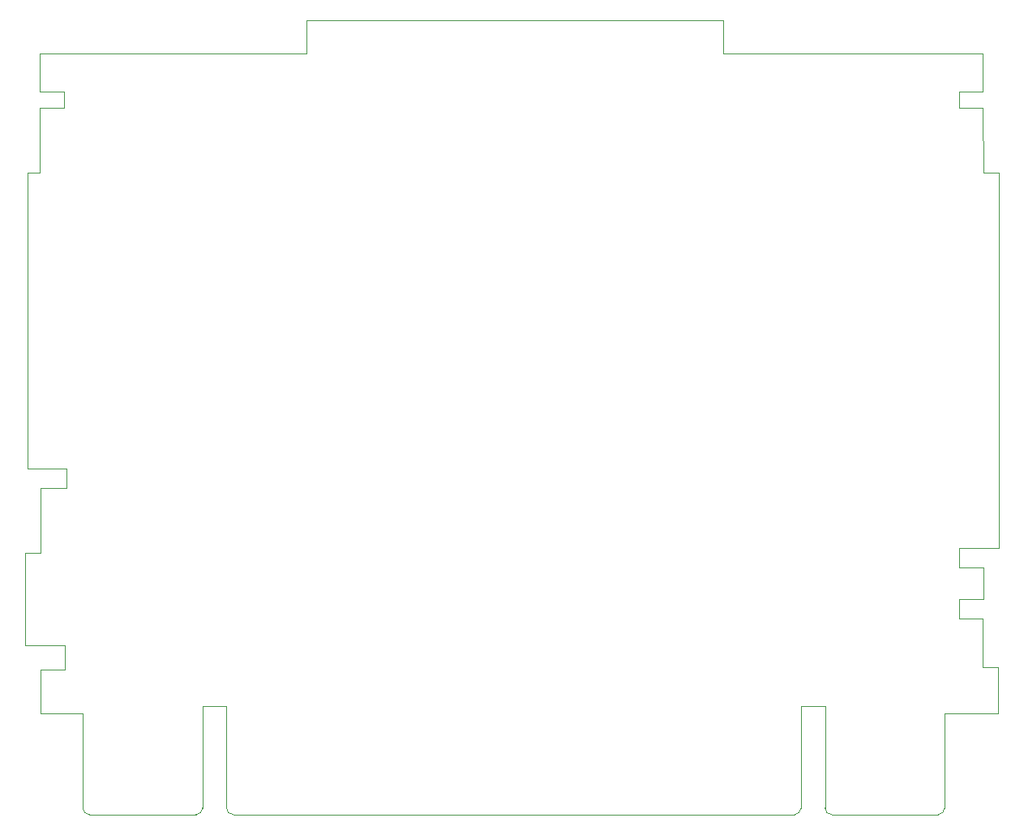
<source format=gbr>
%TF.GenerationSoftware,KiCad,Pcbnew,(5.1.8-0-10_14)*%
%TF.CreationDate,2021-02-17T10:46:29+00:00*%
%TF.ProjectId,sd2snes_ecp5,73643273-6e65-4735-9f65-6370352e6b69,B*%
%TF.SameCoordinates,Original*%
%TF.FileFunction,Profile,NP*%
%FSLAX46Y46*%
G04 Gerber Fmt 4.6, Leading zero omitted, Abs format (unit mm)*
G04 Created by KiCad (PCBNEW (5.1.8-0-10_14)) date 2021-02-17 10:46:29*
%MOMM*%
%LPD*%
G01*
G04 APERTURE LIST*
%TA.AperFunction,Profile*%
%ADD10C,0.101600*%
%TD*%
%TA.AperFunction,Profile*%
%ADD11C,0.099060*%
%TD*%
G04 APERTURE END LIST*
D10*
%TO.C,J201*%
X120701100Y-155001260D02*
X179298900Y-155001260D01*
X117500700Y-143700800D02*
X117500700Y-154300220D01*
X120000060Y-143700800D02*
X117500700Y-143700800D01*
X120000060Y-154300220D02*
X120000060Y-143700800D01*
X116799660Y-155001260D02*
X105699860Y-155001260D01*
X104998820Y-154300220D02*
X104998820Y-144500900D01*
X182499300Y-143700800D02*
X182499300Y-154300220D01*
X179999940Y-143700800D02*
X182499300Y-143700800D01*
X179999940Y-154300220D02*
X179999940Y-143700800D01*
X183200340Y-155001260D02*
X194300140Y-155001260D01*
X196482000Y-132474000D02*
X199022000Y-132474000D01*
X196499780Y-134500920D02*
X196482000Y-132474000D01*
X198999140Y-134500920D02*
X196499780Y-134500920D01*
X198999140Y-139601240D02*
X198999140Y-134500920D01*
X200599340Y-139601240D02*
X198999140Y-139601240D01*
X200599340Y-144399300D02*
X200599340Y-139601240D01*
X195001180Y-144399300D02*
X200599340Y-144399300D01*
X195001180Y-144500900D02*
X195001180Y-144399300D01*
X195001180Y-154300220D02*
X195001180Y-144500900D01*
X200647600Y-127140000D02*
X200698400Y-87957960D01*
X198999140Y-79499760D02*
X198999140Y-75499260D01*
X196499780Y-79499760D02*
X198999140Y-79499760D01*
X196499780Y-81199020D02*
X196499780Y-79499760D01*
X198999140Y-81199020D02*
X196499780Y-81199020D01*
X199022000Y-87960500D02*
X198999140Y-81199020D01*
X200698400Y-87957960D02*
X199022000Y-87960500D01*
X104998820Y-144399300D02*
X104998820Y-144500900D01*
X100599540Y-144399300D02*
X104998820Y-144399300D01*
X100597000Y-139840000D02*
X100599540Y-144399300D01*
X103137000Y-139840000D02*
X100599540Y-139840000D01*
X103137000Y-137300000D02*
X103137000Y-139840000D01*
X98946000Y-137300000D02*
X103137000Y-137300000D01*
X99200000Y-87960500D02*
X99200000Y-118885000D01*
X100470000Y-87960500D02*
X99200000Y-87960500D01*
X100470000Y-81199020D02*
X100470000Y-87960500D01*
X102999840Y-81199020D02*
X100470000Y-81199020D01*
X102999840Y-79499760D02*
X102999840Y-81199020D01*
X100500480Y-79499760D02*
X102999840Y-79499760D01*
X100500480Y-75499260D02*
X100500480Y-79499760D01*
X128349040Y-71999140D02*
X128349040Y-75499260D01*
X171899880Y-75499260D02*
X171899880Y-71999140D01*
X100500480Y-75499260D02*
X128349040Y-75499260D01*
X128349040Y-71999140D02*
X171899880Y-71999140D01*
X171899880Y-75499260D02*
X198999140Y-75499260D01*
X99200000Y-118885000D02*
X103264000Y-118885000D01*
X103264000Y-120917000D02*
X103264000Y-118885000D01*
X100597000Y-127648000D02*
X100597000Y-120917000D01*
X103264000Y-120917000D02*
X100597000Y-120917000D01*
X98946000Y-137300000D02*
X98946000Y-127648000D01*
X98946000Y-127648000D02*
X100597000Y-127648000D01*
X196482000Y-127140000D02*
X200647600Y-127140000D01*
X196482000Y-129172000D02*
X196482000Y-127140000D01*
X196482000Y-129172000D02*
X199022000Y-129172000D01*
X199022000Y-132474000D02*
X199022000Y-129172000D01*
D11*
X194300140Y-155001260D02*
G75*
G03*
X195001180Y-154300220I0J701040D01*
G01*
X182499300Y-154300220D02*
G75*
G03*
X183200340Y-155001260I701040J0D01*
G01*
X179298900Y-155001260D02*
G75*
G03*
X179999940Y-154300220I0J701040D01*
G01*
X120000060Y-154300220D02*
G75*
G03*
X120701100Y-155001260I701040J0D01*
G01*
X116799660Y-155001260D02*
G75*
G03*
X117500700Y-154300220I0J701040D01*
G01*
X104998820Y-154300220D02*
G75*
G03*
X105699860Y-155001260I701040J0D01*
G01*
%TD*%
M02*

</source>
